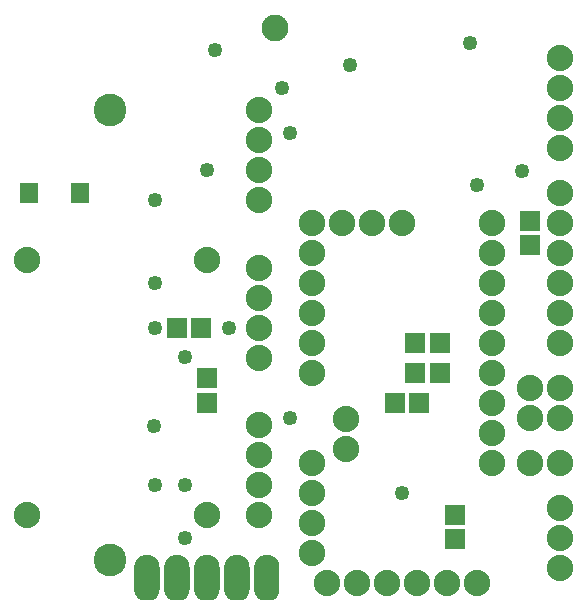
<source format=gbs>
G04 MADE WITH FRITZING*
G04 WWW.FRITZING.ORG*
G04 DOUBLE SIDED*
G04 HOLES PLATED*
G04 CONTOUR ON CENTER OF CONTOUR VECTOR*
%ASAXBY*%
%FSLAX23Y23*%
%MOIN*%
%OFA0B0*%
%SFA1.0B1.0*%
%ADD10C,0.049370*%
%ADD11C,0.089370*%
%ADD12C,0.109055*%
%ADD13C,0.088000*%
%ADD14C,0.084000*%
%ADD15R,0.065118X0.069055*%
%ADD16R,0.069055X0.065118*%
%ADD17R,0.060000X0.067874*%
%ADD18R,0.001000X0.001000*%
%LNMASK0*%
G90*
G70*
G54D10*
X746Y1833D03*
X971Y1708D03*
G54D11*
X946Y1908D03*
G54D12*
X396Y133D03*
X396Y1633D03*
G54D10*
X1621Y1383D03*
G54D13*
X1671Y458D03*
X1671Y558D03*
X1671Y658D03*
X1671Y758D03*
X1671Y858D03*
X1671Y958D03*
X1671Y1058D03*
X1671Y1158D03*
X1671Y1258D03*
X1671Y458D03*
X1671Y558D03*
X1671Y658D03*
X1671Y758D03*
X1671Y858D03*
X1671Y958D03*
X1671Y1058D03*
X1671Y1158D03*
X1671Y1258D03*
X1121Y58D03*
X1221Y58D03*
X1321Y58D03*
X1421Y58D03*
X1521Y58D03*
X1621Y58D03*
X1896Y1358D03*
X1896Y1258D03*
X1896Y1158D03*
X1896Y1808D03*
X1896Y1708D03*
X1896Y1608D03*
X1896Y1508D03*
X1184Y604D03*
X1184Y504D03*
X1184Y604D03*
X1184Y504D03*
X894Y283D03*
X894Y383D03*
X894Y483D03*
X894Y583D03*
G54D10*
X1196Y1783D03*
X1596Y1858D03*
G54D13*
X1071Y1258D03*
X1071Y1158D03*
X1071Y1058D03*
X1071Y958D03*
X1071Y858D03*
X1071Y758D03*
X1171Y1258D03*
X1271Y1258D03*
X1371Y1258D03*
X1071Y458D03*
X1071Y358D03*
X1071Y258D03*
X1071Y158D03*
X894Y1333D03*
X894Y1433D03*
X894Y1533D03*
X894Y1633D03*
G54D10*
X546Y1333D03*
X646Y383D03*
G54D13*
X1896Y708D03*
X1796Y708D03*
X1896Y708D03*
X1796Y708D03*
X1896Y608D03*
X1796Y608D03*
X1896Y608D03*
X1796Y608D03*
X1796Y458D03*
X1896Y458D03*
X1796Y458D03*
X1896Y458D03*
X1896Y108D03*
X1896Y208D03*
X1896Y308D03*
G54D14*
X821Y108D03*
X821Y108D03*
X821Y108D03*
X521Y108D03*
X521Y108D03*
X521Y108D03*
X621Y108D03*
X621Y108D03*
X621Y108D03*
X721Y108D03*
X721Y108D03*
X721Y108D03*
G54D10*
X1770Y1432D03*
G54D13*
X721Y1133D03*
X721Y1133D03*
X721Y283D03*
X721Y283D03*
X121Y1133D03*
X121Y1133D03*
X121Y283D03*
X121Y283D03*
G54D10*
X547Y383D03*
G54D14*
X921Y108D03*
X921Y108D03*
X921Y108D03*
G54D13*
X1896Y1058D03*
X1896Y958D03*
X1896Y858D03*
G54D10*
X996Y1558D03*
X1371Y358D03*
G54D13*
X894Y808D03*
X894Y908D03*
X894Y1008D03*
X894Y1108D03*
G54D10*
X996Y608D03*
X646Y207D03*
X719Y1433D03*
X546Y1058D03*
X545Y582D03*
X647Y809D03*
X795Y907D03*
X546Y908D03*
G54D15*
X1496Y858D03*
X1415Y858D03*
G54D16*
X1796Y1183D03*
X1796Y1264D03*
G54D15*
X1346Y658D03*
X1426Y658D03*
G54D16*
X1546Y283D03*
X1546Y203D03*
G54D15*
X1496Y758D03*
X1415Y758D03*
G54D16*
X721Y658D03*
X721Y739D03*
G54D15*
X621Y908D03*
X701Y908D03*
G54D17*
X296Y1358D03*
X126Y1358D03*
G54D18*
X512Y151D02*
X528Y151D01*
X612Y151D02*
X628Y151D01*
X712Y151D02*
X728Y151D01*
X812Y151D02*
X828Y151D01*
X912Y151D02*
X928Y151D01*
X509Y150D02*
X532Y150D01*
X609Y150D02*
X632Y150D01*
X708Y150D02*
X732Y150D01*
X808Y150D02*
X832Y150D01*
X908Y150D02*
X932Y150D01*
X506Y149D02*
X534Y149D01*
X606Y149D02*
X634Y149D01*
X706Y149D02*
X734Y149D01*
X806Y149D02*
X834Y149D01*
X906Y149D02*
X934Y149D01*
X503Y148D02*
X537Y148D01*
X603Y148D02*
X637Y148D01*
X703Y148D02*
X737Y148D01*
X803Y148D02*
X837Y148D01*
X903Y148D02*
X937Y148D01*
X501Y147D02*
X539Y147D01*
X601Y147D02*
X639Y147D01*
X701Y147D02*
X739Y147D01*
X801Y147D02*
X839Y147D01*
X901Y147D02*
X939Y147D01*
X499Y146D02*
X541Y146D01*
X599Y146D02*
X641Y146D01*
X699Y146D02*
X741Y146D01*
X799Y146D02*
X841Y146D01*
X899Y146D02*
X941Y146D01*
X498Y145D02*
X542Y145D01*
X598Y145D02*
X642Y145D01*
X698Y145D02*
X742Y145D01*
X798Y145D02*
X842Y145D01*
X898Y145D02*
X942Y145D01*
X496Y144D02*
X544Y144D01*
X596Y144D02*
X644Y144D01*
X696Y144D02*
X744Y144D01*
X796Y144D02*
X844Y144D01*
X896Y144D02*
X944Y144D01*
X495Y143D02*
X545Y143D01*
X595Y143D02*
X645Y143D01*
X695Y143D02*
X745Y143D01*
X795Y143D02*
X845Y143D01*
X895Y143D02*
X945Y143D01*
X494Y142D02*
X547Y142D01*
X594Y142D02*
X647Y142D01*
X694Y142D02*
X747Y142D01*
X794Y142D02*
X847Y142D01*
X894Y142D02*
X946Y142D01*
X492Y141D02*
X548Y141D01*
X592Y141D02*
X648Y141D01*
X692Y141D02*
X748Y141D01*
X792Y141D02*
X848Y141D01*
X892Y141D02*
X948Y141D01*
X491Y140D02*
X549Y140D01*
X591Y140D02*
X649Y140D01*
X691Y140D02*
X749Y140D01*
X791Y140D02*
X849Y140D01*
X891Y140D02*
X949Y140D01*
X490Y139D02*
X550Y139D01*
X590Y139D02*
X650Y139D01*
X690Y139D02*
X750Y139D01*
X790Y139D02*
X850Y139D01*
X890Y139D02*
X950Y139D01*
X489Y138D02*
X551Y138D01*
X589Y138D02*
X651Y138D01*
X689Y138D02*
X751Y138D01*
X789Y138D02*
X851Y138D01*
X889Y138D02*
X951Y138D01*
X489Y137D02*
X552Y137D01*
X589Y137D02*
X652Y137D01*
X689Y137D02*
X752Y137D01*
X789Y137D02*
X852Y137D01*
X888Y137D02*
X952Y137D01*
X488Y136D02*
X552Y136D01*
X588Y136D02*
X652Y136D01*
X688Y136D02*
X752Y136D01*
X788Y136D02*
X852Y136D01*
X888Y136D02*
X952Y136D01*
X487Y135D02*
X553Y135D01*
X587Y135D02*
X653Y135D01*
X687Y135D02*
X753Y135D01*
X787Y135D02*
X853Y135D01*
X887Y135D02*
X953Y135D01*
X486Y134D02*
X554Y134D01*
X586Y134D02*
X654Y134D01*
X686Y134D02*
X754Y134D01*
X786Y134D02*
X854Y134D01*
X886Y134D02*
X954Y134D01*
X486Y133D02*
X555Y133D01*
X586Y133D02*
X655Y133D01*
X686Y133D02*
X755Y133D01*
X786Y133D02*
X854Y133D01*
X886Y133D02*
X954Y133D01*
X485Y132D02*
X555Y132D01*
X585Y132D02*
X655Y132D01*
X685Y132D02*
X755Y132D01*
X785Y132D02*
X855Y132D01*
X885Y132D02*
X955Y132D01*
X484Y131D02*
X556Y131D01*
X584Y131D02*
X656Y131D01*
X684Y131D02*
X756Y131D01*
X784Y131D02*
X856Y131D01*
X884Y131D02*
X956Y131D01*
X484Y130D02*
X556Y130D01*
X584Y130D02*
X656Y130D01*
X684Y130D02*
X756Y130D01*
X784Y130D02*
X856Y130D01*
X884Y130D02*
X956Y130D01*
X483Y129D02*
X557Y129D01*
X583Y129D02*
X657Y129D01*
X683Y129D02*
X757Y129D01*
X783Y129D02*
X857Y129D01*
X883Y129D02*
X957Y129D01*
X483Y128D02*
X557Y128D01*
X583Y128D02*
X657Y128D01*
X683Y128D02*
X757Y128D01*
X783Y128D02*
X857Y128D01*
X883Y128D02*
X957Y128D01*
X482Y127D02*
X558Y127D01*
X582Y127D02*
X658Y127D01*
X682Y127D02*
X758Y127D01*
X782Y127D02*
X858Y127D01*
X882Y127D02*
X958Y127D01*
X482Y126D02*
X514Y126D01*
X526Y126D02*
X558Y126D01*
X582Y126D02*
X614Y126D01*
X626Y126D02*
X658Y126D01*
X682Y126D02*
X714Y126D01*
X726Y126D02*
X758Y126D01*
X782Y126D02*
X814Y126D01*
X826Y126D02*
X858Y126D01*
X882Y126D02*
X914Y126D01*
X926Y126D02*
X958Y126D01*
X482Y125D02*
X512Y125D01*
X528Y125D02*
X559Y125D01*
X582Y125D02*
X612Y125D01*
X628Y125D02*
X659Y125D01*
X682Y125D02*
X712Y125D01*
X728Y125D02*
X759Y125D01*
X781Y125D02*
X812Y125D01*
X828Y125D02*
X859Y125D01*
X881Y125D02*
X912Y125D01*
X928Y125D02*
X959Y125D01*
X481Y124D02*
X510Y124D01*
X530Y124D02*
X559Y124D01*
X581Y124D02*
X610Y124D01*
X630Y124D02*
X659Y124D01*
X681Y124D02*
X710Y124D01*
X730Y124D02*
X759Y124D01*
X781Y124D02*
X810Y124D01*
X830Y124D02*
X859Y124D01*
X881Y124D02*
X910Y124D01*
X930Y124D02*
X959Y124D01*
X481Y123D02*
X509Y123D01*
X531Y123D02*
X559Y123D01*
X581Y123D02*
X609Y123D01*
X631Y123D02*
X659Y123D01*
X681Y123D02*
X709Y123D01*
X731Y123D02*
X759Y123D01*
X781Y123D02*
X809Y123D01*
X831Y123D02*
X859Y123D01*
X881Y123D02*
X909Y123D01*
X931Y123D02*
X959Y123D01*
X480Y122D02*
X508Y122D01*
X532Y122D02*
X560Y122D01*
X580Y122D02*
X608Y122D01*
X632Y122D02*
X660Y122D01*
X680Y122D02*
X708Y122D01*
X732Y122D02*
X760Y122D01*
X780Y122D02*
X808Y122D01*
X832Y122D02*
X860Y122D01*
X880Y122D02*
X908Y122D01*
X932Y122D02*
X960Y122D01*
X480Y121D02*
X507Y121D01*
X533Y121D02*
X560Y121D01*
X580Y121D02*
X607Y121D01*
X633Y121D02*
X660Y121D01*
X680Y121D02*
X707Y121D01*
X733Y121D02*
X760Y121D01*
X780Y121D02*
X807Y121D01*
X833Y121D02*
X860Y121D01*
X880Y121D02*
X907Y121D01*
X933Y121D02*
X960Y121D01*
X480Y120D02*
X506Y120D01*
X534Y120D02*
X560Y120D01*
X580Y120D02*
X606Y120D01*
X634Y120D02*
X660Y120D01*
X680Y120D02*
X706Y120D01*
X734Y120D02*
X760Y120D01*
X780Y120D02*
X806Y120D01*
X834Y120D02*
X860Y120D01*
X880Y120D02*
X906Y120D01*
X934Y120D02*
X960Y120D01*
X480Y119D02*
X505Y119D01*
X535Y119D02*
X561Y119D01*
X580Y119D02*
X605Y119D01*
X635Y119D02*
X660Y119D01*
X680Y119D02*
X705Y119D01*
X735Y119D02*
X760Y119D01*
X780Y119D02*
X805Y119D01*
X835Y119D02*
X860Y119D01*
X880Y119D02*
X905Y119D01*
X935Y119D02*
X960Y119D01*
X479Y118D02*
X505Y118D01*
X536Y118D02*
X561Y118D01*
X579Y118D02*
X605Y118D01*
X636Y118D02*
X661Y118D01*
X679Y118D02*
X705Y118D01*
X735Y118D02*
X761Y118D01*
X779Y118D02*
X805Y118D01*
X835Y118D02*
X861Y118D01*
X879Y118D02*
X905Y118D01*
X935Y118D02*
X961Y118D01*
X479Y117D02*
X504Y117D01*
X536Y117D02*
X561Y117D01*
X579Y117D02*
X604Y117D01*
X636Y117D02*
X661Y117D01*
X679Y117D02*
X704Y117D01*
X736Y117D02*
X761Y117D01*
X779Y117D02*
X804Y117D01*
X836Y117D02*
X861Y117D01*
X879Y117D02*
X904Y117D01*
X936Y117D02*
X961Y117D01*
X479Y116D02*
X504Y116D01*
X537Y116D02*
X561Y116D01*
X579Y116D02*
X604Y116D01*
X636Y116D02*
X661Y116D01*
X679Y116D02*
X704Y116D01*
X736Y116D02*
X761Y116D01*
X779Y116D02*
X804Y116D01*
X836Y116D02*
X861Y116D01*
X879Y116D02*
X904Y116D01*
X936Y116D02*
X961Y116D01*
X479Y115D02*
X503Y115D01*
X537Y115D02*
X561Y115D01*
X579Y115D02*
X603Y115D01*
X637Y115D02*
X661Y115D01*
X679Y115D02*
X703Y115D01*
X737Y115D02*
X761Y115D01*
X779Y115D02*
X803Y115D01*
X837Y115D02*
X861Y115D01*
X879Y115D02*
X903Y115D01*
X937Y115D02*
X961Y115D01*
X479Y114D02*
X503Y114D01*
X537Y114D02*
X561Y114D01*
X579Y114D02*
X603Y114D01*
X637Y114D02*
X661Y114D01*
X679Y114D02*
X703Y114D01*
X737Y114D02*
X761Y114D01*
X779Y114D02*
X803Y114D01*
X837Y114D02*
X861Y114D01*
X879Y114D02*
X903Y114D01*
X937Y114D02*
X961Y114D01*
X479Y113D02*
X503Y113D01*
X537Y113D02*
X561Y113D01*
X579Y113D02*
X603Y113D01*
X637Y113D02*
X661Y113D01*
X679Y113D02*
X703Y113D01*
X737Y113D02*
X761Y113D01*
X779Y113D02*
X803Y113D01*
X837Y113D02*
X861Y113D01*
X879Y113D02*
X903Y113D01*
X937Y113D02*
X961Y113D01*
X479Y112D02*
X503Y112D01*
X537Y112D02*
X561Y112D01*
X579Y112D02*
X603Y112D01*
X637Y112D02*
X661Y112D01*
X679Y112D02*
X703Y112D01*
X737Y112D02*
X761Y112D01*
X779Y112D02*
X803Y112D01*
X837Y112D02*
X861Y112D01*
X879Y112D02*
X903Y112D01*
X937Y112D02*
X961Y112D01*
X479Y111D02*
X503Y111D01*
X537Y111D02*
X562Y111D01*
X579Y111D02*
X603Y111D01*
X637Y111D02*
X662Y111D01*
X679Y111D02*
X703Y111D01*
X737Y111D02*
X761Y111D01*
X779Y111D02*
X803Y111D01*
X837Y111D02*
X861Y111D01*
X879Y111D02*
X903Y111D01*
X937Y111D02*
X961Y111D01*
X479Y110D02*
X503Y110D01*
X538Y110D02*
X562Y110D01*
X579Y110D02*
X603Y110D01*
X638Y110D02*
X662Y110D01*
X679Y110D02*
X703Y110D01*
X738Y110D02*
X762Y110D01*
X779Y110D02*
X803Y110D01*
X837Y110D02*
X862Y110D01*
X879Y110D02*
X903Y110D01*
X937Y110D02*
X961Y110D01*
X479Y109D02*
X503Y109D01*
X538Y109D02*
X562Y109D01*
X579Y109D02*
X603Y109D01*
X637Y109D02*
X662Y109D01*
X679Y109D02*
X703Y109D01*
X737Y109D02*
X762Y109D01*
X779Y109D02*
X803Y109D01*
X837Y109D02*
X862Y109D01*
X879Y109D02*
X903Y109D01*
X937Y109D02*
X961Y109D01*
X479Y108D02*
X503Y108D01*
X537Y108D02*
X562Y108D01*
X579Y108D02*
X603Y108D01*
X637Y108D02*
X662Y108D01*
X679Y108D02*
X703Y108D01*
X737Y108D02*
X762Y108D01*
X779Y108D02*
X803Y108D01*
X837Y108D02*
X862Y108D01*
X879Y108D02*
X903Y108D01*
X937Y108D02*
X961Y108D01*
X479Y107D02*
X503Y107D01*
X537Y107D02*
X562Y107D01*
X579Y107D02*
X603Y107D01*
X637Y107D02*
X662Y107D01*
X679Y107D02*
X703Y107D01*
X737Y107D02*
X762Y107D01*
X779Y107D02*
X803Y107D01*
X837Y107D02*
X862Y107D01*
X879Y107D02*
X903Y107D01*
X937Y107D02*
X961Y107D01*
X479Y106D02*
X503Y106D01*
X537Y106D02*
X562Y106D01*
X579Y106D02*
X603Y106D01*
X637Y106D02*
X662Y106D01*
X679Y106D02*
X703Y106D01*
X737Y106D02*
X762Y106D01*
X779Y106D02*
X803Y106D01*
X837Y106D02*
X862Y106D01*
X879Y106D02*
X903Y106D01*
X937Y106D02*
X961Y106D01*
X479Y105D02*
X503Y105D01*
X537Y105D02*
X562Y105D01*
X579Y105D02*
X603Y105D01*
X637Y105D02*
X662Y105D01*
X679Y105D02*
X703Y105D01*
X737Y105D02*
X762Y105D01*
X779Y105D02*
X803Y105D01*
X837Y105D02*
X862Y105D01*
X879Y105D02*
X903Y105D01*
X937Y105D02*
X961Y105D01*
X479Y104D02*
X504Y104D01*
X537Y104D02*
X562Y104D01*
X579Y104D02*
X604Y104D01*
X637Y104D02*
X662Y104D01*
X679Y104D02*
X704Y104D01*
X737Y104D02*
X762Y104D01*
X779Y104D02*
X804Y104D01*
X837Y104D02*
X862Y104D01*
X879Y104D02*
X904Y104D01*
X936Y104D02*
X961Y104D01*
X479Y103D02*
X504Y103D01*
X536Y103D02*
X562Y103D01*
X579Y103D02*
X604Y103D01*
X636Y103D02*
X662Y103D01*
X679Y103D02*
X704Y103D01*
X736Y103D02*
X762Y103D01*
X779Y103D02*
X804Y103D01*
X836Y103D02*
X862Y103D01*
X879Y103D02*
X904Y103D01*
X936Y103D02*
X961Y103D01*
X479Y102D02*
X505Y102D01*
X536Y102D02*
X562Y102D01*
X579Y102D02*
X605Y102D01*
X636Y102D02*
X662Y102D01*
X679Y102D02*
X704Y102D01*
X736Y102D02*
X762Y102D01*
X779Y102D02*
X804Y102D01*
X836Y102D02*
X862Y102D01*
X879Y102D02*
X904Y102D01*
X936Y102D02*
X961Y102D01*
X479Y101D02*
X505Y101D01*
X535Y101D02*
X562Y101D01*
X579Y101D02*
X605Y101D01*
X635Y101D02*
X662Y101D01*
X679Y101D02*
X705Y101D01*
X735Y101D02*
X762Y101D01*
X779Y101D02*
X805Y101D01*
X835Y101D02*
X862Y101D01*
X879Y101D02*
X905Y101D01*
X935Y101D02*
X961Y101D01*
X479Y100D02*
X506Y100D01*
X534Y100D02*
X562Y100D01*
X579Y100D02*
X606Y100D01*
X634Y100D02*
X662Y100D01*
X679Y100D02*
X706Y100D01*
X734Y100D02*
X762Y100D01*
X779Y100D02*
X806Y100D01*
X834Y100D02*
X862Y100D01*
X879Y100D02*
X906Y100D01*
X934Y100D02*
X961Y100D01*
X479Y99D02*
X507Y99D01*
X534Y99D02*
X562Y99D01*
X579Y99D02*
X607Y99D01*
X634Y99D02*
X662Y99D01*
X679Y99D02*
X707Y99D01*
X734Y99D02*
X762Y99D01*
X779Y99D02*
X807Y99D01*
X834Y99D02*
X862Y99D01*
X879Y99D02*
X907Y99D01*
X933Y99D02*
X961Y99D01*
X479Y98D02*
X507Y98D01*
X533Y98D02*
X562Y98D01*
X579Y98D02*
X607Y98D01*
X633Y98D02*
X662Y98D01*
X679Y98D02*
X707Y98D01*
X733Y98D02*
X762Y98D01*
X779Y98D02*
X807Y98D01*
X833Y98D02*
X862Y98D01*
X879Y98D02*
X907Y98D01*
X933Y98D02*
X961Y98D01*
X479Y97D02*
X509Y97D01*
X532Y97D02*
X562Y97D01*
X579Y97D02*
X609Y97D01*
X632Y97D02*
X662Y97D01*
X679Y97D02*
X709Y97D01*
X732Y97D02*
X762Y97D01*
X779Y97D02*
X809Y97D01*
X832Y97D02*
X862Y97D01*
X879Y97D02*
X908Y97D01*
X931Y97D02*
X961Y97D01*
X479Y96D02*
X510Y96D01*
X530Y96D02*
X562Y96D01*
X579Y96D02*
X610Y96D01*
X630Y96D02*
X662Y96D01*
X679Y96D02*
X710Y96D01*
X730Y96D02*
X762Y96D01*
X779Y96D02*
X810Y96D01*
X830Y96D02*
X862Y96D01*
X879Y96D02*
X910Y96D01*
X930Y96D02*
X961Y96D01*
X479Y95D02*
X511Y95D01*
X529Y95D02*
X562Y95D01*
X579Y95D02*
X611Y95D01*
X629Y95D02*
X662Y95D01*
X679Y95D02*
X711Y95D01*
X729Y95D02*
X762Y95D01*
X779Y95D02*
X811Y95D01*
X829Y95D02*
X862Y95D01*
X879Y95D02*
X911Y95D01*
X929Y95D02*
X961Y95D01*
X479Y94D02*
X513Y94D01*
X527Y94D02*
X562Y94D01*
X579Y94D02*
X613Y94D01*
X627Y94D02*
X662Y94D01*
X679Y94D02*
X713Y94D01*
X727Y94D02*
X762Y94D01*
X779Y94D02*
X813Y94D01*
X827Y94D02*
X862Y94D01*
X879Y94D02*
X913Y94D01*
X927Y94D02*
X961Y94D01*
X479Y93D02*
X518Y93D01*
X522Y93D02*
X562Y93D01*
X579Y93D02*
X618Y93D01*
X622Y93D02*
X662Y93D01*
X679Y93D02*
X718Y93D01*
X722Y93D02*
X762Y93D01*
X779Y93D02*
X818Y93D01*
X822Y93D02*
X862Y93D01*
X879Y93D02*
X918Y93D01*
X922Y93D02*
X961Y93D01*
X479Y92D02*
X562Y92D01*
X579Y92D02*
X662Y92D01*
X679Y92D02*
X762Y92D01*
X779Y92D02*
X862Y92D01*
X879Y92D02*
X961Y92D01*
X479Y91D02*
X562Y91D01*
X579Y91D02*
X662Y91D01*
X679Y91D02*
X762Y91D01*
X779Y91D02*
X862Y91D01*
X879Y91D02*
X961Y91D01*
X479Y90D02*
X562Y90D01*
X579Y90D02*
X662Y90D01*
X679Y90D02*
X762Y90D01*
X779Y90D02*
X862Y90D01*
X879Y90D02*
X961Y90D01*
X479Y89D02*
X562Y89D01*
X579Y89D02*
X662Y89D01*
X679Y89D02*
X762Y89D01*
X779Y89D02*
X862Y89D01*
X879Y89D02*
X961Y89D01*
X479Y88D02*
X562Y88D01*
X579Y88D02*
X662Y88D01*
X679Y88D02*
X762Y88D01*
X779Y88D02*
X862Y88D01*
X879Y88D02*
X961Y88D01*
X479Y87D02*
X562Y87D01*
X579Y87D02*
X662Y87D01*
X679Y87D02*
X762Y87D01*
X779Y87D02*
X862Y87D01*
X879Y87D02*
X961Y87D01*
X479Y86D02*
X562Y86D01*
X579Y86D02*
X662Y86D01*
X679Y86D02*
X762Y86D01*
X779Y86D02*
X862Y86D01*
X879Y86D02*
X961Y86D01*
X479Y85D02*
X562Y85D01*
X579Y85D02*
X662Y85D01*
X679Y85D02*
X762Y85D01*
X779Y85D02*
X862Y85D01*
X879Y85D02*
X961Y85D01*
X479Y84D02*
X562Y84D01*
X579Y84D02*
X662Y84D01*
X679Y84D02*
X762Y84D01*
X779Y84D02*
X862Y84D01*
X879Y84D02*
X961Y84D01*
X479Y83D02*
X562Y83D01*
X579Y83D02*
X662Y83D01*
X679Y83D02*
X762Y83D01*
X779Y83D02*
X862Y83D01*
X879Y83D02*
X961Y83D01*
X479Y82D02*
X562Y82D01*
X579Y82D02*
X662Y82D01*
X679Y82D02*
X762Y82D01*
X779Y82D02*
X862Y82D01*
X879Y82D02*
X961Y82D01*
X479Y81D02*
X562Y81D01*
X579Y81D02*
X662Y81D01*
X679Y81D02*
X762Y81D01*
X779Y81D02*
X862Y81D01*
X879Y81D02*
X961Y81D01*
X479Y80D02*
X562Y80D01*
X579Y80D02*
X662Y80D01*
X679Y80D02*
X762Y80D01*
X779Y80D02*
X862Y80D01*
X879Y80D02*
X961Y80D01*
X479Y79D02*
X562Y79D01*
X579Y79D02*
X662Y79D01*
X679Y79D02*
X762Y79D01*
X779Y79D02*
X862Y79D01*
X879Y79D02*
X961Y79D01*
X479Y78D02*
X562Y78D01*
X579Y78D02*
X662Y78D01*
X679Y78D02*
X762Y78D01*
X779Y78D02*
X862Y78D01*
X879Y78D02*
X961Y78D01*
X479Y77D02*
X562Y77D01*
X579Y77D02*
X662Y77D01*
X679Y77D02*
X762Y77D01*
X779Y77D02*
X862Y77D01*
X879Y77D02*
X961Y77D01*
X479Y76D02*
X562Y76D01*
X579Y76D02*
X662Y76D01*
X679Y76D02*
X762Y76D01*
X779Y76D02*
X862Y76D01*
X879Y76D02*
X961Y76D01*
X479Y75D02*
X562Y75D01*
X579Y75D02*
X662Y75D01*
X679Y75D02*
X762Y75D01*
X779Y75D02*
X862Y75D01*
X879Y75D02*
X961Y75D01*
X479Y74D02*
X562Y74D01*
X579Y74D02*
X662Y74D01*
X679Y74D02*
X762Y74D01*
X779Y74D02*
X862Y74D01*
X879Y74D02*
X961Y74D01*
X479Y73D02*
X562Y73D01*
X579Y73D02*
X662Y73D01*
X679Y73D02*
X762Y73D01*
X779Y73D02*
X862Y73D01*
X879Y73D02*
X961Y73D01*
X479Y72D02*
X562Y72D01*
X579Y72D02*
X662Y72D01*
X679Y72D02*
X762Y72D01*
X779Y72D02*
X862Y72D01*
X879Y72D02*
X961Y72D01*
X479Y71D02*
X562Y71D01*
X579Y71D02*
X662Y71D01*
X679Y71D02*
X762Y71D01*
X779Y71D02*
X862Y71D01*
X879Y71D02*
X961Y71D01*
X479Y70D02*
X562Y70D01*
X579Y70D02*
X662Y70D01*
X679Y70D02*
X762Y70D01*
X779Y70D02*
X862Y70D01*
X879Y70D02*
X961Y70D01*
X479Y69D02*
X562Y69D01*
X579Y69D02*
X662Y69D01*
X679Y69D02*
X762Y69D01*
X779Y69D02*
X862Y69D01*
X879Y69D02*
X961Y69D01*
X479Y68D02*
X562Y68D01*
X579Y68D02*
X662Y68D01*
X679Y68D02*
X762Y68D01*
X779Y68D02*
X862Y68D01*
X879Y68D02*
X961Y68D01*
X479Y67D02*
X562Y67D01*
X579Y67D02*
X662Y67D01*
X679Y67D02*
X762Y67D01*
X779Y67D02*
X862Y67D01*
X879Y67D02*
X961Y67D01*
X479Y66D02*
X562Y66D01*
X579Y66D02*
X662Y66D01*
X679Y66D02*
X762Y66D01*
X779Y66D02*
X862Y66D01*
X879Y66D02*
X961Y66D01*
X479Y65D02*
X562Y65D01*
X579Y65D02*
X662Y65D01*
X679Y65D02*
X762Y65D01*
X779Y65D02*
X862Y65D01*
X879Y65D02*
X961Y65D01*
X479Y64D02*
X562Y64D01*
X579Y64D02*
X662Y64D01*
X679Y64D02*
X762Y64D01*
X779Y64D02*
X862Y64D01*
X879Y64D02*
X961Y64D01*
X479Y63D02*
X562Y63D01*
X579Y63D02*
X662Y63D01*
X679Y63D02*
X762Y63D01*
X779Y63D02*
X862Y63D01*
X879Y63D02*
X961Y63D01*
X479Y62D02*
X562Y62D01*
X579Y62D02*
X662Y62D01*
X679Y62D02*
X762Y62D01*
X779Y62D02*
X862Y62D01*
X879Y62D02*
X961Y62D01*
X479Y61D02*
X562Y61D01*
X579Y61D02*
X662Y61D01*
X679Y61D02*
X762Y61D01*
X779Y61D02*
X862Y61D01*
X879Y61D02*
X961Y61D01*
X479Y60D02*
X562Y60D01*
X579Y60D02*
X662Y60D01*
X679Y60D02*
X762Y60D01*
X779Y60D02*
X862Y60D01*
X879Y60D02*
X961Y60D01*
X479Y59D02*
X562Y59D01*
X579Y59D02*
X662Y59D01*
X679Y59D02*
X762Y59D01*
X779Y59D02*
X862Y59D01*
X879Y59D02*
X961Y59D01*
X479Y58D02*
X562Y58D01*
X579Y58D02*
X662Y58D01*
X679Y58D02*
X762Y58D01*
X779Y58D02*
X862Y58D01*
X879Y58D02*
X961Y58D01*
X479Y57D02*
X562Y57D01*
X579Y57D02*
X662Y57D01*
X679Y57D02*
X762Y57D01*
X779Y57D02*
X862Y57D01*
X879Y57D02*
X961Y57D01*
X479Y56D02*
X562Y56D01*
X579Y56D02*
X662Y56D01*
X679Y56D02*
X762Y56D01*
X779Y56D02*
X862Y56D01*
X879Y56D02*
X961Y56D01*
X479Y55D02*
X562Y55D01*
X579Y55D02*
X662Y55D01*
X679Y55D02*
X762Y55D01*
X779Y55D02*
X862Y55D01*
X879Y55D02*
X961Y55D01*
X479Y54D02*
X562Y54D01*
X579Y54D02*
X662Y54D01*
X679Y54D02*
X762Y54D01*
X779Y54D02*
X862Y54D01*
X879Y54D02*
X961Y54D01*
X479Y53D02*
X562Y53D01*
X579Y53D02*
X662Y53D01*
X679Y53D02*
X762Y53D01*
X779Y53D02*
X862Y53D01*
X879Y53D02*
X961Y53D01*
X479Y52D02*
X562Y52D01*
X579Y52D02*
X662Y52D01*
X679Y52D02*
X762Y52D01*
X779Y52D02*
X862Y52D01*
X879Y52D02*
X961Y52D01*
X479Y51D02*
X562Y51D01*
X579Y51D02*
X662Y51D01*
X679Y51D02*
X762Y51D01*
X779Y51D02*
X862Y51D01*
X879Y51D02*
X961Y51D01*
X479Y50D02*
X562Y50D01*
X579Y50D02*
X662Y50D01*
X679Y50D02*
X762Y50D01*
X779Y50D02*
X862Y50D01*
X879Y50D02*
X961Y50D01*
X479Y49D02*
X562Y49D01*
X579Y49D02*
X662Y49D01*
X679Y49D02*
X762Y49D01*
X779Y49D02*
X862Y49D01*
X879Y49D02*
X961Y49D01*
X479Y48D02*
X562Y48D01*
X579Y48D02*
X662Y48D01*
X679Y48D02*
X762Y48D01*
X779Y48D02*
X862Y48D01*
X879Y48D02*
X961Y48D01*
X479Y47D02*
X562Y47D01*
X579Y47D02*
X662Y47D01*
X679Y47D02*
X762Y47D01*
X779Y47D02*
X862Y47D01*
X879Y47D02*
X961Y47D01*
X479Y46D02*
X562Y46D01*
X579Y46D02*
X662Y46D01*
X679Y46D02*
X762Y46D01*
X779Y46D02*
X862Y46D01*
X879Y46D02*
X961Y46D01*
X479Y45D02*
X562Y45D01*
X579Y45D02*
X662Y45D01*
X679Y45D02*
X762Y45D01*
X779Y45D02*
X862Y45D01*
X879Y45D02*
X961Y45D01*
X479Y44D02*
X562Y44D01*
X579Y44D02*
X662Y44D01*
X679Y44D02*
X762Y44D01*
X779Y44D02*
X862Y44D01*
X879Y44D02*
X961Y44D01*
X479Y43D02*
X562Y43D01*
X579Y43D02*
X662Y43D01*
X679Y43D02*
X762Y43D01*
X779Y43D02*
X862Y43D01*
X879Y43D02*
X961Y43D01*
X479Y42D02*
X562Y42D01*
X579Y42D02*
X662Y42D01*
X679Y42D02*
X762Y42D01*
X779Y42D02*
X862Y42D01*
X879Y42D02*
X961Y42D01*
X479Y41D02*
X562Y41D01*
X579Y41D02*
X662Y41D01*
X679Y41D02*
X762Y41D01*
X779Y41D02*
X862Y41D01*
X879Y41D02*
X961Y41D01*
X479Y40D02*
X562Y40D01*
X579Y40D02*
X662Y40D01*
X679Y40D02*
X762Y40D01*
X779Y40D02*
X862Y40D01*
X879Y40D02*
X961Y40D01*
X479Y39D02*
X562Y39D01*
X579Y39D02*
X662Y39D01*
X679Y39D02*
X762Y39D01*
X779Y39D02*
X862Y39D01*
X879Y39D02*
X961Y39D01*
X479Y38D02*
X562Y38D01*
X579Y38D02*
X662Y38D01*
X679Y38D02*
X762Y38D01*
X779Y38D02*
X862Y38D01*
X879Y38D02*
X961Y38D01*
X479Y37D02*
X562Y37D01*
X579Y37D02*
X662Y37D01*
X679Y37D02*
X762Y37D01*
X779Y37D02*
X862Y37D01*
X879Y37D02*
X961Y37D01*
X479Y36D02*
X562Y36D01*
X579Y36D02*
X662Y36D01*
X679Y36D02*
X762Y36D01*
X779Y36D02*
X862Y36D01*
X879Y36D02*
X961Y36D01*
X479Y35D02*
X562Y35D01*
X579Y35D02*
X662Y35D01*
X679Y35D02*
X761Y35D01*
X779Y35D02*
X861Y35D01*
X879Y35D02*
X961Y35D01*
X479Y34D02*
X561Y34D01*
X579Y34D02*
X661Y34D01*
X679Y34D02*
X761Y34D01*
X779Y34D02*
X861Y34D01*
X879Y34D02*
X961Y34D01*
X479Y33D02*
X561Y33D01*
X579Y33D02*
X661Y33D01*
X679Y33D02*
X761Y33D01*
X779Y33D02*
X861Y33D01*
X879Y33D02*
X961Y33D01*
X479Y32D02*
X561Y32D01*
X579Y32D02*
X661Y32D01*
X679Y32D02*
X761Y32D01*
X779Y32D02*
X861Y32D01*
X879Y32D02*
X961Y32D01*
X479Y31D02*
X561Y31D01*
X579Y31D02*
X661Y31D01*
X679Y31D02*
X761Y31D01*
X779Y31D02*
X861Y31D01*
X879Y31D02*
X961Y31D01*
X479Y30D02*
X561Y30D01*
X579Y30D02*
X661Y30D01*
X679Y30D02*
X761Y30D01*
X779Y30D02*
X861Y30D01*
X879Y30D02*
X961Y30D01*
X479Y29D02*
X561Y29D01*
X579Y29D02*
X661Y29D01*
X679Y29D02*
X761Y29D01*
X779Y29D02*
X861Y29D01*
X879Y29D02*
X961Y29D01*
X479Y28D02*
X561Y28D01*
X579Y28D02*
X661Y28D01*
X679Y28D02*
X761Y28D01*
X779Y28D02*
X861Y28D01*
X879Y28D02*
X961Y28D01*
X480Y27D02*
X561Y27D01*
X580Y27D02*
X661Y27D01*
X680Y27D02*
X761Y27D01*
X780Y27D02*
X860Y27D01*
X880Y27D02*
X960Y27D01*
X480Y26D02*
X560Y26D01*
X580Y26D02*
X660Y26D01*
X680Y26D02*
X760Y26D01*
X780Y26D02*
X860Y26D01*
X880Y26D02*
X960Y26D01*
X480Y25D02*
X560Y25D01*
X580Y25D02*
X660Y25D01*
X680Y25D02*
X760Y25D01*
X780Y25D02*
X860Y25D01*
X880Y25D02*
X960Y25D01*
X480Y24D02*
X560Y24D01*
X580Y24D02*
X660Y24D01*
X680Y24D02*
X760Y24D01*
X780Y24D02*
X860Y24D01*
X880Y24D02*
X960Y24D01*
X481Y23D02*
X559Y23D01*
X581Y23D02*
X659Y23D01*
X681Y23D02*
X759Y23D01*
X781Y23D02*
X859Y23D01*
X881Y23D02*
X959Y23D01*
X481Y22D02*
X559Y22D01*
X581Y22D02*
X659Y22D01*
X681Y22D02*
X759Y22D01*
X781Y22D02*
X859Y22D01*
X881Y22D02*
X959Y22D01*
X481Y21D02*
X559Y21D01*
X581Y21D02*
X659Y21D01*
X681Y21D02*
X759Y21D01*
X781Y21D02*
X859Y21D01*
X881Y21D02*
X959Y21D01*
X482Y20D02*
X558Y20D01*
X582Y20D02*
X658Y20D01*
X682Y20D02*
X758Y20D01*
X782Y20D02*
X858Y20D01*
X882Y20D02*
X958Y20D01*
X482Y19D02*
X558Y19D01*
X582Y19D02*
X658Y19D01*
X682Y19D02*
X758Y19D01*
X782Y19D02*
X858Y19D01*
X882Y19D02*
X958Y19D01*
X483Y18D02*
X557Y18D01*
X583Y18D02*
X657Y18D01*
X683Y18D02*
X757Y18D01*
X783Y18D02*
X857Y18D01*
X883Y18D02*
X957Y18D01*
X483Y17D02*
X557Y17D01*
X583Y17D02*
X657Y17D01*
X683Y17D02*
X757Y17D01*
X783Y17D02*
X857Y17D01*
X883Y17D02*
X957Y17D01*
X484Y16D02*
X556Y16D01*
X584Y16D02*
X656Y16D01*
X684Y16D02*
X756Y16D01*
X784Y16D02*
X856Y16D01*
X884Y16D02*
X956Y16D01*
X484Y15D02*
X556Y15D01*
X584Y15D02*
X656Y15D01*
X684Y15D02*
X756Y15D01*
X784Y15D02*
X856Y15D01*
X884Y15D02*
X956Y15D01*
X485Y14D02*
X555Y14D01*
X585Y14D02*
X655Y14D01*
X685Y14D02*
X755Y14D01*
X785Y14D02*
X855Y14D01*
X885Y14D02*
X955Y14D01*
X486Y13D02*
X555Y13D01*
X585Y13D02*
X655Y13D01*
X685Y13D02*
X755Y13D01*
X785Y13D02*
X855Y13D01*
X885Y13D02*
X955Y13D01*
X486Y12D02*
X554Y12D01*
X586Y12D02*
X654Y12D01*
X686Y12D02*
X754Y12D01*
X786Y12D02*
X854Y12D01*
X886Y12D02*
X954Y12D01*
X487Y11D02*
X553Y11D01*
X587Y11D02*
X653Y11D01*
X687Y11D02*
X753Y11D01*
X787Y11D02*
X853Y11D01*
X887Y11D02*
X953Y11D01*
X488Y10D02*
X553Y10D01*
X588Y10D02*
X653Y10D01*
X688Y10D02*
X753Y10D01*
X788Y10D02*
X853Y10D01*
X888Y10D02*
X952Y10D01*
X488Y9D02*
X552Y9D01*
X588Y9D02*
X652Y9D01*
X688Y9D02*
X752Y9D01*
X788Y9D02*
X852Y9D01*
X888Y9D02*
X952Y9D01*
X489Y8D02*
X551Y8D01*
X589Y8D02*
X651Y8D01*
X689Y8D02*
X751Y8D01*
X789Y8D02*
X851Y8D01*
X889Y8D02*
X951Y8D01*
X490Y7D02*
X550Y7D01*
X590Y7D02*
X650Y7D01*
X690Y7D02*
X750Y7D01*
X790Y7D02*
X850Y7D01*
X890Y7D02*
X950Y7D01*
X491Y6D02*
X549Y6D01*
X591Y6D02*
X649Y6D01*
X691Y6D02*
X749Y6D01*
X791Y6D02*
X849Y6D01*
X891Y6D02*
X949Y6D01*
X492Y5D02*
X548Y5D01*
X592Y5D02*
X648Y5D01*
X692Y5D02*
X748Y5D01*
X792Y5D02*
X848Y5D01*
X892Y5D02*
X948Y5D01*
X493Y4D02*
X547Y4D01*
X593Y4D02*
X647Y4D01*
X693Y4D02*
X747Y4D01*
X793Y4D02*
X847Y4D01*
X893Y4D02*
X947Y4D01*
X495Y3D02*
X546Y3D01*
X595Y3D02*
X646Y3D01*
X695Y3D02*
X746Y3D01*
X795Y3D02*
X846Y3D01*
X894Y3D02*
X945Y3D01*
X496Y2D02*
X544Y2D01*
X596Y2D02*
X644Y2D01*
X696Y2D02*
X744Y2D01*
X796Y2D02*
X844Y2D01*
X896Y2D02*
X944Y2D01*
X497Y1D02*
X543Y1D01*
X597Y1D02*
X643Y1D01*
X697Y1D02*
X743Y1D01*
X797Y1D02*
X843Y1D01*
X897Y1D02*
X943Y1D01*
X499Y0D02*
X541Y0D01*
X599Y0D02*
X641Y0D01*
X699Y0D02*
X741Y0D01*
X799Y0D02*
X841Y0D01*
X899Y0D02*
X941Y0D01*
D02*
G04 End of Mask0*
M02*
</source>
